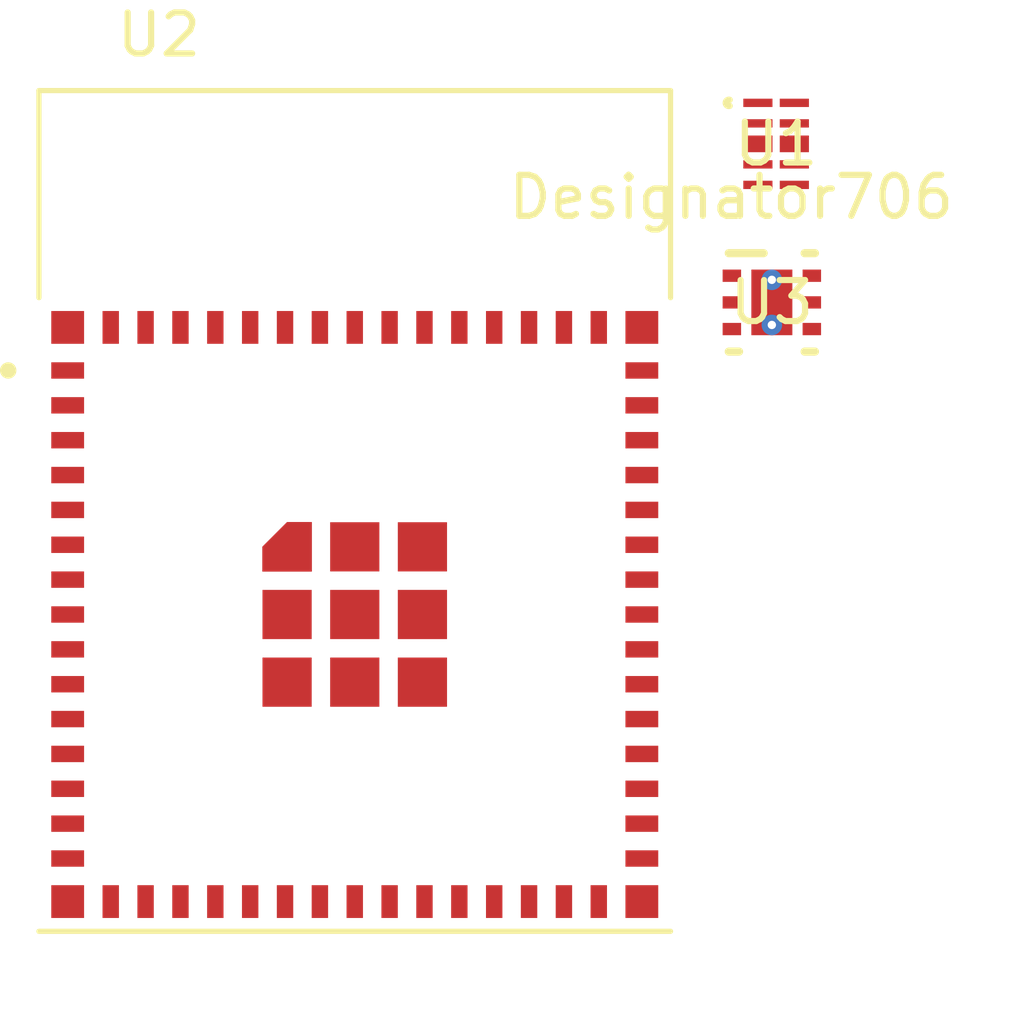
<source format=kicad_pcb>
(kicad_pcb (version 20241229) (generator "pcbnew") (generator_version "9.0")
  (layers (0 "F.Cu" signal) (2 "B.Cu" signal) (13 "F.Paste" user) (15 "B.Paste" user) (5 "F.SilkS" user "F.Silkscreen") (7 "B.SilkS" user "B.Silkscreen") (1 "F.Mask" user) (3 "B.Mask" user) (25 "Edge.Cuts" user))
  (net 0 "")
  (footprint "Footprint:UDFN10_ONS" (layer "F.Cu") (at 85.7741 88.5248)
    (property "Reference" "U1" (at 0 0 0) (layer "F.SilkS"))
    (property "Value" "ESD7104MUTAG")
    (fp_arc (start -1.13284 -0.926171) (mid -1.2279 -1) (end -1.13284 -1.073829) (stroke (width 0.1524)) (layer "F.SilkS"))
    (pad "1" smd rect (at -0.4445 -1.000001) (size 0.7112 0.2032) (layers "F.Cu" "F.Mask" "F.Paste"))
    (pad "2" smd rect (at -0.4445 -0.499999) (size 0.7112 0.2032) (layers "F.Cu" "F.Mask" "F.Paste"))
    (pad "3" smd rect (at -0.4445 0) (size 0.7112 0.4064) (layers "F.Cu" "F.Mask" "F.Paste"))
    (pad "4" smd rect (at -0.4445 0.499999) (size 0.7112 0.2032) (layers "F.Cu" "F.Mask" "F.Paste"))
    (pad "5" smd rect (at -0.4445 1.000001) (size 0.7112 0.2032) (layers "F.Cu" "F.Mask" "F.Paste"))
    (pad "6" smd rect (at 0.4445 1.000001) (size 0.7112 0.2032) (layers "F.Cu" "F.Mask" "F.Paste"))
    (pad "7" smd rect (at 0.4445 0.499999) (size 0.7112 0.2032) (layers "F.Cu" "F.Mask" "F.Paste"))
    (pad "8" smd rect (at 0.4445 0) (size 0.7112 0.4064) (layers "F.Cu" "F.Mask" "F.Paste"))
    (pad "9" smd rect (at 0.4445 -0.499999) (size 0.7112 0.2032) (layers "F.Cu" "F.Mask" "F.Paste"))
    (pad "10" smd rect (at 0.4445 -1.000001) (size 0.7112 0.2032) (layers "F.Cu" "F.Mask" "F.Paste"))
  )
  (footprint "Footprint:DRV0006A" (layer "F.Cu") (at 85.669998 92.39)
    (property "Reference" "U3" (at 0 0 0) (layer "F.SilkS"))
    (property "Value" "TLV75801PDRVR")
    (fp_line (start -1.05 -1.2) (end -0.2 -1.2) (stroke (width 0.2)) (layer "F.SilkS"))
    (fp_line (start -1.05 1.2) (end -0.800001 1.2) (stroke (width 0.2)) (layer "F.SilkS"))
    (fp_line (start 0.800001 -1.2) (end 1.05 -1.2) (stroke (width 0.2)) (layer "F.SilkS"))
    (fp_line (start 0.800001 1.2) (end 1.05 1.2) (stroke (width 0.2)) (layer "F.SilkS"))
    (fp_text user "Designator706" (at -0.990603 -2.5654 0) (layer "F.SilkS"))
    (pad "1" smd rect (at -0.974999 -0.650001 90) (size 0.299999 0.449999) (layers "F.Cu" "F.Mask" "F.Paste"))
    (pad "2" smd rect (at -0.974999 0 90) (size 0.299999 0.449999) (layers "F.Cu" "F.Mask" "F.Paste"))
    (pad "3" smd rect (at -0.974999 0.649999 90) (size 0.299999 0.449999) (layers "F.Cu" "F.Mask" "F.Paste"))
    (pad "4" smd rect (at 0.974999 0.649999 90) (size 0.299999 0.449999) (layers "F.Cu" "F.Mask" "F.Paste"))
    (pad "5" smd rect (at 0.974999 0 90) (size 0.299999 0.449999) (layers "F.Cu" "F.Mask" "F.Paste"))
    (pad "6" smd rect (at 0.974999 -0.650001 90) (size 0.299999 0.449999) (layers "F.Cu" "F.Mask" "F.Paste"))
    (pad "7" smd rect (at 0 0) (size 1 1.599999) (layers "F.Cu" "F.Mask" "F.Paste"))
    (pad "V" thru_hole circle (at 0 -0.549999) (size 0.499999 0.499999) (drill 0.2032) (layers "*.Cu" "*.Mask"))
    (pad "V" thru_hole circle (at 0 0.549999) (size 0.499999 0.499999) (drill 0.2032) (layers "*.Cu" "*.Mask"))
  )
  (footprint "Footprint:XCVR_ESP32-S3-MINI-1-N8" (layer "F.Cu") (at 75.5 100)
    (property "Reference" "U2" (at -4.775 -14.135 0) (layer "F.SilkS"))
    (property "Value" "ESP32-S3-MINI-1-N8")
    (fp_line (start -7.7 -12.775) (end 7.7 -12.775) (stroke (width 0.127)) (layer "F.SilkS"))
    (fp_line (start -7.7 -7.725) (end -7.7 -12.775) (stroke (width 0.127)) (layer "F.SilkS"))
    (fp_line (start 7.7 -12.775) (end 7.7 -7.725) (stroke (width 0.127)) (layer "F.SilkS"))
    (fp_line (start 7.7 7.725) (end -7.7 7.725) (stroke (width 0.127)) (layer "F.SilkS"))
    (fp_circle (center -8.45 -5.95) (end -8.35 -5.95) (stroke (width 0.2)) (fill no) (layer "F.SilkS"))
    (pad "1" smd rect (at -7 -5.95) (size 0.8 0.4) (layers "F.Cu" "F.Mask" "F.Paste"))
    (pad "2" smd rect (at -7 -5.1) (size 0.8 0.4) (layers "F.Cu" "F.Mask" "F.Paste"))
    (pad "3" smd rect (at -7 -4.25) (size 0.8 0.4) (layers "F.Cu" "F.Mask" "F.Paste"))
    (pad "4" smd rect (at -7 -3.4) (size 0.8 0.4) (layers "F.Cu" "F.Mask" "F.Paste"))
    (pad "5" smd rect (at -7 -2.55) (size 0.8 0.4) (layers "F.Cu" "F.Mask" "F.Paste"))
    (pad "6" smd rect (at -7 -1.7) (size 0.8 0.4) (layers "F.Cu" "F.Mask" "F.Paste"))
    (pad "7" smd rect (at -7 -0.85) (size 0.8 0.4) (layers "F.Cu" "F.Mask" "F.Paste"))
    (pad "8" smd rect (at -7 0) (size 0.8 0.4) (layers "F.Cu" "F.Mask" "F.Paste"))
    (pad "9" smd rect (at -7 0.85) (size 0.8 0.4) (layers "F.Cu" "F.Mask" "F.Paste"))
    (pad "10" smd rect (at -7 1.7) (size 0.8 0.4) (layers "F.Cu" "F.Mask" "F.Paste"))
    (pad "11" smd rect (at -7 2.55) (size 0.8 0.4) (layers "F.Cu" "F.Mask" "F.Paste"))
    (pad "12" smd rect (at -7 3.4) (size 0.8 0.4) (layers "F.Cu" "F.Mask" "F.Paste"))
    (pad "13" smd rect (at -7 4.25) (size 0.8 0.4) (layers "F.Cu" "F.Mask" "F.Paste"))
    (pad "14" smd rect (at -7 5.1) (size 0.8 0.4) (layers "F.Cu" "F.Mask" "F.Paste"))
    (pad "15" smd rect (at -7 5.95) (size 0.8 0.4) (layers "F.Cu" "F.Mask" "F.Paste"))
    (pad "16" smd rect (at -5.95 7) (size 0.4 0.8) (layers "F.Cu" "F.Mask" "F.Paste"))
    (pad "17" smd rect (at -5.1 7) (size 0.4 0.8) (layers "F.Cu" "F.Mask" "F.Paste"))
    (pad "18" smd rect (at -4.25 7) (size 0.4 0.8) (layers "F.Cu" "F.Mask" "F.Paste"))
    (pad "19" smd rect (at -3.4 7) (size 0.4 0.8) (layers "F.Cu" "F.Mask" "F.Paste"))
    (pad "20" smd rect (at -2.55 7) (size 0.4 0.8) (layers "F.Cu" "F.Mask" "F.Paste"))
    (pad "21" smd rect (at -1.7 7) (size 0.4 0.8) (layers "F.Cu" "F.Mask" "F.Paste"))
    (pad "22" smd rect (at -0.85 7) (size 0.4 0.8) (layers "F.Cu" "F.Mask" "F.Paste"))
    (pad "23" smd rect (at 0 7) (size 0.4 0.8) (layers "F.Cu" "F.Mask" "F.Paste"))
    (pad "24" smd rect (at 0.85 7) (size 0.4 0.8) (layers "F.Cu" "F.Mask" "F.Paste"))
    (pad "25" smd rect (at 1.7 7) (size 0.4 0.8) (layers "F.Cu" "F.Mask" "F.Paste"))
    (pad "26" smd rect (at 2.55 7) (size 0.4 0.8) (layers "F.Cu" "F.Mask" "F.Paste"))
    (pad "27" smd rect (at 3.4 7) (size 0.4 0.8) (layers "F.Cu" "F.Mask" "F.Paste"))
    (pad "28" smd rect (at 4.25 7) (size 0.4 0.8) (layers "F.Cu" "F.Mask" "F.Paste"))
    (pad "29" smd rect (at 5.1 7) (size 0.4 0.8) (layers "F.Cu" "F.Mask" "F.Paste"))
    (pad "30" smd rect (at 5.95 7) (size 0.4 0.8) (layers "F.Cu" "F.Mask" "F.Paste"))
    (pad "31" smd rect (at 7 5.95) (size 0.8 0.4) (layers "F.Cu" "F.Mask" "F.Paste"))
    (pad "32" smd rect (at 7 5.1) (size 0.8 0.4) (layers "F.Cu" "F.Mask" "F.Paste"))
    (pad "33" smd rect (at 7 4.25) (size 0.8 0.4) (layers "F.Cu" "F.Mask" "F.Paste"))
    (pad "34" smd rect (at 7 3.4) (size 0.8 0.4) (layers "F.Cu" "F.Mask" "F.Paste"))
    (pad "35" smd rect (at 7 2.55) (size 0.8 0.4) (layers "F.Cu" "F.Mask" "F.Paste"))
    (pad "36" smd rect (at 7 1.7) (size 0.8 0.4) (layers "F.Cu" "F.Mask" "F.Paste"))
    (pad "37" smd rect (at 7 0.85) (size 0.8 0.4) (layers "F.Cu" "F.Mask" "F.Paste"))
    (pad "38" smd rect (at 7 0) (size 0.8 0.4) (layers "F.Cu" "F.Mask" "F.Paste"))
    (pad "39" smd rect (at 7 -0.85) (size 0.8 0.4) (layers "F.Cu" "F.Mask" "F.Paste"))
    (pad "40" smd rect (at 7 -1.7) (size 0.8 0.4) (layers "F.Cu" "F.Mask" "F.Paste"))
    (pad "41" smd rect (at 7 -2.55) (size 0.8 0.4) (layers "F.Cu" "F.Mask" "F.Paste"))
    (pad "42" smd rect (at 7 -3.4) (size 0.8 0.4) (layers "F.Cu" "F.Mask" "F.Paste"))
    (pad "43" smd rect (at 7 -4.25) (size 0.8 0.4) (layers "F.Cu" "F.Mask" "F.Paste"))
    (pad "44" smd rect (at 7 -5.1) (size 0.8 0.4) (layers "F.Cu" "F.Mask" "F.Paste"))
    (pad "45" smd rect (at 7 -5.95) (size 0.8 0.4) (layers "F.Cu" "F.Mask" "F.Paste"))
    (pad "46" smd rect (at 5.95 -7) (size 0.4 0.8) (layers "F.Cu" "F.Mask" "F.Paste"))
    (pad "47" smd rect (at 5.1 -7) (size 0.4 0.8) (layers "F.Cu" "F.Mask" "F.Paste"))
    (pad "48" smd rect (at 4.25 -7) (size 0.4 0.8) (layers "F.Cu" "F.Mask" "F.Paste"))
    (pad "49" smd rect (at 3.4 -7) (size 0.4 0.8) (layers "F.Cu" "F.Mask" "F.Paste"))
    (pad "50" smd rect (at 2.55 -7) (size 0.4 0.8) (layers "F.Cu" "F.Mask" "F.Paste"))
    (pad "51" smd rect (at 1.7 -7) (size 0.4 0.8) (layers "F.Cu" "F.Mask" "F.Paste"))
    (pad "52" smd rect (at 0.85 -7) (size 0.4 0.8) (layers "F.Cu" "F.Mask" "F.Paste"))
    (pad "53" smd rect (at 0 -7) (size 0.4 0.8) (layers "F.Cu" "F.Mask" "F.Paste"))
    (pad "54" smd rect (at -0.85 -7) (size 0.4 0.8) (layers "F.Cu" "F.Mask" "F.Paste"))
    (pad "55" smd rect (at -1.7 -7) (size 0.4 0.8) (layers "F.Cu" "F.Mask" "F.Paste"))
    (pad "56" smd rect (at -2.55 -7) (size 0.4 0.8) (layers "F.Cu" "F.Mask" "F.Paste"))
    (pad "57" smd rect (at -3.4 -7) (size 0.4 0.8) (layers "F.Cu" "F.Mask" "F.Paste"))
    (pad "58" smd rect (at -4.25 -7) (size 0.4 0.8) (layers "F.Cu" "F.Mask" "F.Paste"))
    (pad "59" smd rect (at -5.1 -7) (size 0.4 0.8) (layers "F.Cu" "F.Mask" "F.Paste"))
    (pad "60" smd rect (at -5.95 -7) (size 0.4 0.8) (layers "F.Cu" "F.Mask" "F.Paste"))
    (pad "61" smd rect (at 0 0) (size 1.2 1.2) (layers "F.Cu" "F.Mask" "F.Paste"))
    (pad "61_1" smd custom (at -1.65 -1.65) (size 0.4 0.4) (layers "F.Cu") (options (clearance outline) (anchor rect)) (primitives (gr_poly (pts (xy -0.6 0.6) (xy 0.6 0.6) (xy 0.6 -0.6) (xy 0 -0.6) (xy -0.6 0)) (width 0.01) (fill yes))))
    (pad "61_2" smd rect (at 0 -1.65) (size 1.2 1.2) (layers "F.Cu" "F.Mask" "F.Paste"))
    (pad "61_3" smd rect (at 1.65 -1.65) (size 1.2 1.2) (layers "F.Cu" "F.Mask" "F.Paste"))
    (pad "61_4" smd rect (at 1.65 0) (size 1.2 1.2) (layers "F.Cu" "F.Mask" "F.Paste"))
    (pad "61_5" smd rect (at 1.65 1.65) (size 1.2 1.2) (layers "F.Cu" "F.Mask" "F.Paste"))
    (pad "61_6" smd rect (at 0 1.65) (size 1.2 1.2) (layers "F.Cu" "F.Mask" "F.Paste"))
    (pad "61_7" smd rect (at -1.65 1.65) (size 1.2 1.2) (layers "F.Cu" "F.Mask" "F.Paste"))
    (pad "61_8" smd rect (at -1.65 0) (size 1.2 1.2) (layers "F.Cu" "F.Mask" "F.Paste"))
    (pad "62" smd rect (at -7 -7) (size 0.8 0.8) (layers "F.Cu" "F.Mask" "F.Paste"))
    (pad "63" smd rect (at -7 7) (size 0.8 0.8) (layers "F.Cu" "F.Mask" "F.Paste"))
    (pad "64" smd rect (at 7 7) (size 0.8 0.8) (layers "F.Cu" "F.Mask" "F.Paste"))
    (pad "65" smd rect (at 7 -7) (size 0.8 0.8) (layers "F.Cu" "F.Mask" "F.Paste"))
  )
)
</source>
